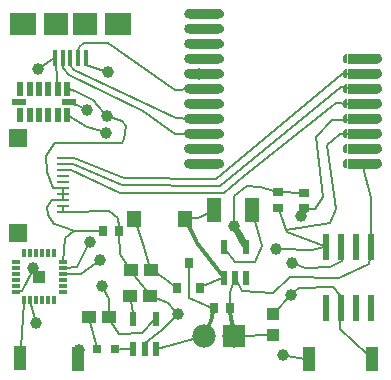
<source format=gtl>
G04 MADE WITH FRITZING*
G04 WWW.FRITZING.ORG*
G04 DOUBLE SIDED*
G04 HOLES PLATED*
G04 CONTOUR ON CENTER OF CONTOUR VECTOR*
%ASAXBY*%
%FSLAX23Y23*%
%MOIN*%
%OFA0B0*%
%SFA1.0B1.0*%
%ADD10C,0.078000*%
%ADD11C,0.039370*%
%ADD12R,0.078000X0.078000*%
%ADD13R,0.031496X0.035433*%
%ADD14R,0.047244X0.078740*%
%ADD15R,0.050000X0.057874*%
%ADD16R,0.047244X0.043307*%
%ADD17R,0.031496X0.031496*%
%ADD18R,0.021654X0.047244*%
%ADD19R,0.027559X0.035433*%
%ADD20R,0.019685X0.047244*%
%ADD21R,0.047244X0.019685*%
%ADD22R,0.011811X0.031496*%
%ADD23R,0.031496X0.011811*%
%ADD24R,0.039370X0.039370*%
%ADD25R,0.024000X0.087000*%
%ADD26R,0.035433X0.027559*%
%ADD27R,0.039370X0.078740*%
%ADD28R,0.015748X0.055118*%
%ADD29R,0.078740X0.074803*%
%ADD30R,0.086614X0.074803*%
%ADD31R,0.039370X0.009843*%
%ADD32R,0.059055X0.059055*%
%ADD33R,0.100000X0.032000*%
%ADD34R,0.039370X0.043307*%
%ADD35C,0.008000*%
%ADD36C,0.012000*%
%ADD37C,0.024000*%
%ADD38R,0.001000X0.001000*%
%LNCOPPER1*%
G90*
G70*
G54D10*
X755Y129D03*
X655Y129D03*
G54D11*
X638Y1002D03*
X757Y496D03*
X978Y529D03*
X948Y375D03*
X897Y419D03*
X274Y445D03*
X947Y268D03*
X308Y382D03*
X317Y296D03*
X336Y1009D03*
X264Y883D03*
X330Y808D03*
X101Y1020D03*
X331Y864D03*
X238Y82D03*
X96Y175D03*
X918Y66D03*
X570Y202D03*
X87Y357D03*
G54D12*
X755Y129D03*
G54D13*
X567Y291D03*
X641Y291D03*
X604Y374D03*
G54D14*
X689Y549D03*
X815Y549D03*
G54D15*
X423Y519D03*
X593Y519D03*
G54D16*
X409Y264D03*
X476Y264D03*
X338Y195D03*
X271Y195D03*
G54D17*
X359Y86D03*
X300Y86D03*
G54D16*
X478Y351D03*
X412Y351D03*
G54D18*
X420Y86D03*
X458Y86D03*
X495Y86D03*
X495Y188D03*
X420Y188D03*
G54D19*
X690Y222D03*
X741Y222D03*
G54D20*
X43Y952D03*
X74Y952D03*
X106Y952D03*
X137Y952D03*
X169Y952D03*
X200Y952D03*
G54D21*
X204Y909D03*
G54D20*
X200Y866D03*
X169Y866D03*
X137Y866D03*
X106Y866D03*
X74Y866D03*
X43Y866D03*
G54D21*
X39Y909D03*
G54D22*
X156Y406D03*
X136Y406D03*
X117Y406D03*
X97Y406D03*
X77Y406D03*
X57Y406D03*
G54D23*
X28Y377D03*
X28Y357D03*
X28Y337D03*
X28Y318D03*
X28Y298D03*
X28Y278D03*
G54D22*
X57Y249D03*
X77Y249D03*
X97Y249D03*
X117Y249D03*
X136Y249D03*
X156Y249D03*
G54D23*
X185Y278D03*
X185Y298D03*
X185Y318D03*
X185Y337D03*
X185Y357D03*
X185Y377D03*
G54D24*
X107Y327D03*
G54D25*
X1061Y222D03*
X1111Y222D03*
X1161Y222D03*
X1211Y222D03*
X1211Y428D03*
X1161Y428D03*
X1111Y428D03*
X1061Y428D03*
G54D19*
X320Y481D03*
X371Y481D03*
G54D26*
X989Y556D03*
X989Y607D03*
G54D27*
X237Y55D03*
X43Y57D03*
X1214Y55D03*
X1005Y53D03*
G54D28*
X210Y1058D03*
X236Y1058D03*
X261Y1058D03*
X185Y1058D03*
X159Y1058D03*
G54D29*
X259Y1170D03*
X161Y1170D03*
G54D30*
X368Y1170D03*
X53Y1170D03*
G54D26*
X901Y558D03*
X901Y609D03*
G54D31*
X187Y722D03*
X187Y702D03*
X187Y682D03*
X187Y662D03*
X187Y643D03*
X187Y623D03*
X187Y603D03*
X187Y584D03*
X187Y564D03*
X187Y544D03*
G54D32*
X36Y790D03*
X36Y475D03*
G54D33*
X1184Y703D03*
X1184Y753D03*
X1184Y803D03*
X1184Y853D03*
X1184Y903D03*
X1184Y953D03*
X1184Y1003D03*
X1184Y1053D03*
X656Y1203D03*
X656Y1153D03*
X656Y1103D03*
X656Y1053D03*
X656Y1003D03*
X656Y953D03*
X656Y903D03*
X656Y853D03*
X656Y803D03*
X656Y753D03*
X656Y703D03*
G54D18*
X721Y325D03*
X758Y325D03*
X796Y325D03*
X796Y428D03*
X721Y428D03*
G54D34*
X884Y202D03*
X884Y135D03*
G54D35*
X371Y138D02*
X347Y178D01*
D02*
X448Y139D02*
X371Y138D01*
D02*
X490Y183D02*
X448Y139D01*
G54D36*
D02*
X678Y181D02*
X665Y152D01*
D02*
X686Y210D02*
X678Y181D01*
D02*
X752Y154D02*
X743Y210D01*
G54D35*
D02*
X415Y86D02*
X377Y86D01*
D02*
X500Y87D02*
X632Y123D01*
D02*
X295Y103D02*
X275Y178D01*
D02*
X976Y607D02*
X914Y609D01*
D02*
X444Y305D02*
X464Y280D01*
D02*
X423Y335D02*
X444Y305D01*
D02*
X374Y402D02*
X400Y367D01*
D02*
X372Y469D02*
X374Y402D01*
D02*
X412Y248D02*
X418Y206D01*
D02*
X637Y525D02*
X671Y540D01*
D02*
X612Y522D02*
X637Y525D01*
D02*
X164Y992D02*
X167Y971D01*
D02*
X161Y1036D02*
X164Y992D01*
D02*
X799Y629D02*
X756Y598D01*
D02*
X842Y628D02*
X799Y629D01*
D02*
X756Y598D02*
X757Y510D01*
D02*
X889Y613D02*
X842Y628D01*
D02*
X932Y478D02*
X905Y550D01*
D02*
X1055Y431D02*
X932Y478D01*
G54D37*
D02*
X985Y548D02*
X985Y547D01*
G54D35*
D02*
X1114Y390D02*
X1114Y381D01*
D02*
X1055Y426D02*
X1017Y418D01*
D02*
X244Y338D02*
X297Y374D01*
D02*
X196Y338D02*
X244Y338D01*
D02*
X233Y361D02*
X268Y433D01*
D02*
X190Y357D02*
X233Y361D01*
D02*
X221Y479D02*
X192Y457D01*
D02*
X312Y481D02*
X221Y479D01*
D02*
X323Y1013D02*
X261Y1033D01*
D02*
X261Y1033D02*
X261Y1036D01*
D02*
X338Y252D02*
X323Y284D01*
D02*
X338Y211D02*
X338Y252D01*
D02*
X133Y1039D02*
X113Y1027D01*
D02*
X157Y1057D02*
X133Y1039D01*
D02*
X266Y828D02*
X317Y812D01*
D02*
X205Y863D02*
X266Y828D01*
D02*
X233Y899D02*
X252Y889D01*
D02*
X216Y905D02*
X233Y899D01*
D02*
X227Y948D02*
X285Y917D01*
D02*
X285Y917D02*
X322Y874D01*
D02*
X205Y952D02*
X227Y948D01*
D02*
X1108Y260D02*
X1108Y268D01*
D02*
X237Y55D02*
X238Y69D01*
D02*
X46Y91D02*
X57Y244D01*
D02*
X789Y665D02*
X721Y606D01*
D02*
X213Y683D02*
X201Y682D01*
D02*
X219Y702D02*
X201Y702D01*
D02*
X708Y629D02*
X382Y633D01*
D02*
X1140Y905D02*
X1094Y906D01*
D02*
X721Y606D02*
X375Y606D01*
D02*
X1140Y957D02*
X1111Y959D01*
D02*
X382Y633D02*
X219Y702D01*
D02*
X1094Y906D02*
X789Y665D01*
D02*
X1111Y959D02*
X708Y629D01*
D02*
X375Y606D02*
X213Y683D01*
D02*
X1109Y154D02*
X1110Y184D01*
D02*
X1200Y69D02*
X1109Y154D01*
D02*
X991Y55D02*
X931Y64D01*
D02*
X93Y188D02*
X77Y247D01*
D02*
X221Y722D02*
X201Y722D01*
D02*
X390Y657D02*
X221Y722D01*
D02*
X697Y652D02*
X390Y657D01*
D02*
X1114Y1002D02*
X697Y652D01*
D02*
X1140Y1002D02*
X1114Y1002D01*
D02*
X1140Y802D02*
X1110Y802D01*
D02*
X186Y1023D02*
X185Y1036D01*
D02*
X1027Y554D02*
X1001Y555D01*
D02*
X1110Y802D02*
X1067Y768D01*
D02*
X221Y1016D02*
X563Y856D01*
D02*
X1030Y793D02*
X1052Y594D01*
D02*
X612Y804D02*
X559Y805D01*
D02*
X208Y1035D02*
X221Y1016D01*
D02*
X334Y1107D02*
X256Y1106D01*
D02*
X563Y856D02*
X612Y854D01*
G54D37*
D02*
X656Y1003D02*
X657Y1003D01*
G54D35*
D02*
X206Y1000D02*
X186Y1023D01*
D02*
X1082Y849D02*
X1030Y793D01*
D02*
X1067Y768D02*
X1094Y555D01*
D02*
X208Y1036D02*
X208Y1035D01*
D02*
X1076Y508D02*
X930Y483D01*
D02*
X560Y951D02*
X334Y1107D01*
D02*
X256Y1106D02*
X238Y1092D01*
D02*
X238Y1092D02*
X237Y1080D01*
D02*
X559Y805D02*
X452Y881D01*
D02*
X1140Y851D02*
X1082Y849D01*
D02*
X612Y952D02*
X560Y951D01*
D02*
X1211Y589D02*
X1211Y466D01*
D02*
X452Y881D02*
X206Y1000D01*
D02*
X1052Y594D02*
X1027Y554D01*
D02*
X930Y483D02*
X905Y550D01*
D02*
X390Y786D02*
X395Y829D01*
D02*
X395Y829D02*
X382Y846D01*
D02*
X156Y502D02*
X135Y532D01*
D02*
X189Y492D02*
X156Y502D01*
D02*
X148Y583D02*
X173Y583D01*
D02*
X135Y532D02*
X132Y559D01*
D02*
X221Y481D02*
X189Y492D01*
D02*
X312Y481D02*
X221Y481D01*
D02*
X132Y559D02*
X148Y583D01*
D02*
X187Y604D02*
X187Y622D01*
D02*
X152Y625D02*
X132Y677D01*
D02*
X156Y772D02*
X381Y772D01*
D02*
X132Y677D02*
X129Y731D01*
D02*
X381Y772D02*
X390Y786D01*
D02*
X382Y846D02*
X343Y860D01*
D02*
X178Y624D02*
X152Y625D01*
D02*
X129Y731D02*
X156Y771D01*
D02*
X1094Y555D02*
X1076Y508D01*
D02*
X1187Y693D02*
X1211Y589D01*
D02*
X187Y563D02*
X187Y545D01*
D02*
X370Y524D02*
X371Y493D01*
D02*
X201Y545D02*
X338Y547D01*
D02*
X338Y547D02*
X370Y524D01*
D02*
X187Y603D02*
X187Y584D01*
D02*
X1108Y268D02*
X1086Y292D01*
D02*
X973Y291D02*
X957Y277D01*
D02*
X1086Y292D02*
X973Y291D01*
D02*
X1017Y418D02*
X910Y419D01*
D02*
X1114Y381D02*
X1075Y359D01*
D02*
X992Y357D02*
X960Y370D01*
D02*
X1075Y359D02*
X992Y357D01*
D02*
X192Y457D02*
X185Y377D01*
D02*
X521Y323D02*
X497Y339D01*
D02*
X556Y298D02*
X521Y323D01*
D02*
X605Y256D02*
X682Y225D01*
D02*
X604Y362D02*
X605Y256D01*
D02*
X534Y239D02*
X494Y256D01*
D02*
X557Y216D02*
X534Y239D01*
D02*
X515Y149D02*
X560Y193D01*
D02*
X460Y107D02*
X515Y149D01*
D02*
X460Y104D02*
X460Y107D01*
D02*
X454Y428D02*
X473Y367D01*
D02*
X431Y496D02*
X454Y428D01*
D02*
X34Y279D02*
X50Y280D01*
D02*
X50Y280D02*
X82Y345D01*
D02*
X758Y377D02*
X726Y421D01*
D02*
X825Y377D02*
X758Y377D01*
D02*
X825Y515D02*
X849Y431D01*
D02*
X849Y431D02*
X825Y377D01*
G54D37*
D02*
X790Y437D02*
X766Y480D01*
G54D36*
D02*
X631Y441D02*
X716Y332D01*
D02*
X604Y496D02*
X631Y441D01*
G54D35*
D02*
X652Y296D02*
X716Y323D01*
D02*
X743Y274D02*
X741Y234D01*
D02*
X753Y307D02*
X743Y274D01*
D02*
X886Y275D02*
X782Y281D01*
D02*
X941Y326D02*
X886Y275D01*
D02*
X782Y281D02*
X764Y315D01*
D02*
X1107Y324D02*
X941Y326D01*
D02*
X1206Y369D02*
X1107Y324D01*
D02*
X1208Y390D02*
X1206Y369D01*
D02*
X870Y135D02*
X780Y131D01*
D02*
X899Y217D02*
X937Y258D01*
G54D38*
X601Y1219D02*
X605Y1219D01*
X706Y1219D02*
X710Y1219D01*
X599Y1218D02*
X605Y1218D01*
X706Y1218D02*
X712Y1218D01*
X597Y1217D02*
X605Y1217D01*
X706Y1217D02*
X714Y1217D01*
X596Y1216D02*
X605Y1216D01*
X706Y1216D02*
X715Y1216D01*
X595Y1215D02*
X605Y1215D01*
X706Y1215D02*
X716Y1215D01*
X594Y1214D02*
X605Y1214D01*
X706Y1214D02*
X717Y1214D01*
X593Y1213D02*
X605Y1213D01*
X706Y1213D02*
X718Y1213D01*
X592Y1212D02*
X605Y1212D01*
X706Y1212D02*
X719Y1212D01*
X592Y1211D02*
X605Y1211D01*
X706Y1211D02*
X719Y1211D01*
X591Y1210D02*
X605Y1210D01*
X706Y1210D02*
X720Y1210D01*
X591Y1209D02*
X605Y1209D01*
X706Y1209D02*
X720Y1209D01*
X591Y1208D02*
X605Y1208D01*
X706Y1208D02*
X720Y1208D01*
X590Y1207D02*
X605Y1207D01*
X706Y1207D02*
X720Y1207D01*
X590Y1206D02*
X605Y1206D01*
X706Y1206D02*
X721Y1206D01*
X590Y1205D02*
X605Y1205D01*
X706Y1205D02*
X721Y1205D01*
X590Y1204D02*
X605Y1204D01*
X706Y1204D02*
X721Y1204D01*
X590Y1203D02*
X605Y1203D01*
X706Y1203D02*
X721Y1203D01*
X590Y1202D02*
X605Y1202D01*
X706Y1202D02*
X721Y1202D01*
X590Y1201D02*
X605Y1201D01*
X706Y1201D02*
X721Y1201D01*
X590Y1200D02*
X605Y1200D01*
X706Y1200D02*
X720Y1200D01*
X591Y1199D02*
X605Y1199D01*
X706Y1199D02*
X720Y1199D01*
X591Y1198D02*
X605Y1198D01*
X706Y1198D02*
X720Y1198D01*
X592Y1197D02*
X605Y1197D01*
X706Y1197D02*
X719Y1197D01*
X592Y1196D02*
X605Y1196D01*
X706Y1196D02*
X719Y1196D01*
X593Y1195D02*
X605Y1195D01*
X706Y1195D02*
X718Y1195D01*
X593Y1194D02*
X605Y1194D01*
X706Y1194D02*
X717Y1194D01*
X594Y1193D02*
X605Y1193D01*
X706Y1193D02*
X717Y1193D01*
X595Y1192D02*
X605Y1192D01*
X706Y1192D02*
X715Y1192D01*
X596Y1191D02*
X605Y1191D01*
X706Y1191D02*
X714Y1191D01*
X598Y1190D02*
X605Y1190D01*
X706Y1190D02*
X713Y1190D01*
X600Y1189D02*
X605Y1189D01*
X706Y1189D02*
X711Y1189D01*
X605Y1188D02*
X605Y1188D01*
X706Y1188D02*
X706Y1188D01*
X601Y1169D02*
X605Y1169D01*
X706Y1169D02*
X710Y1169D01*
X599Y1168D02*
X605Y1168D01*
X706Y1168D02*
X712Y1168D01*
X597Y1167D02*
X605Y1167D01*
X706Y1167D02*
X714Y1167D01*
X596Y1166D02*
X605Y1166D01*
X706Y1166D02*
X715Y1166D01*
X594Y1165D02*
X605Y1165D01*
X706Y1165D02*
X716Y1165D01*
X594Y1164D02*
X605Y1164D01*
X706Y1164D02*
X717Y1164D01*
X593Y1163D02*
X605Y1163D01*
X706Y1163D02*
X718Y1163D01*
X592Y1162D02*
X605Y1162D01*
X706Y1162D02*
X719Y1162D01*
X592Y1161D02*
X605Y1161D01*
X706Y1161D02*
X719Y1161D01*
X591Y1160D02*
X605Y1160D01*
X706Y1160D02*
X720Y1160D01*
X591Y1159D02*
X605Y1159D01*
X706Y1159D02*
X720Y1159D01*
X591Y1158D02*
X605Y1158D01*
X706Y1158D02*
X720Y1158D01*
X590Y1157D02*
X605Y1157D01*
X706Y1157D02*
X720Y1157D01*
X590Y1156D02*
X605Y1156D01*
X706Y1156D02*
X721Y1156D01*
X590Y1155D02*
X605Y1155D01*
X706Y1155D02*
X721Y1155D01*
X590Y1154D02*
X605Y1154D01*
X706Y1154D02*
X721Y1154D01*
X590Y1153D02*
X605Y1153D01*
X706Y1153D02*
X721Y1153D01*
X590Y1152D02*
X605Y1152D01*
X706Y1152D02*
X721Y1152D01*
X590Y1151D02*
X605Y1151D01*
X706Y1151D02*
X721Y1151D01*
X590Y1150D02*
X605Y1150D01*
X706Y1150D02*
X720Y1150D01*
X591Y1149D02*
X605Y1149D01*
X706Y1149D02*
X720Y1149D01*
X591Y1148D02*
X605Y1148D01*
X706Y1148D02*
X720Y1148D01*
X592Y1147D02*
X605Y1147D01*
X706Y1147D02*
X719Y1147D01*
X592Y1146D02*
X605Y1146D01*
X706Y1146D02*
X719Y1146D01*
X593Y1145D02*
X605Y1145D01*
X706Y1145D02*
X718Y1145D01*
X593Y1144D02*
X605Y1144D01*
X706Y1144D02*
X717Y1144D01*
X594Y1143D02*
X605Y1143D01*
X706Y1143D02*
X716Y1143D01*
X595Y1142D02*
X605Y1142D01*
X706Y1142D02*
X715Y1142D01*
X597Y1141D02*
X605Y1141D01*
X706Y1141D02*
X714Y1141D01*
X598Y1140D02*
X605Y1140D01*
X706Y1140D02*
X713Y1140D01*
X600Y1139D02*
X605Y1139D01*
X706Y1139D02*
X711Y1139D01*
X605Y1138D02*
X605Y1138D01*
X706Y1138D02*
X706Y1138D01*
X601Y1119D02*
X605Y1119D01*
X706Y1119D02*
X710Y1119D01*
X598Y1118D02*
X605Y1118D01*
X706Y1118D02*
X712Y1118D01*
X597Y1117D02*
X605Y1117D01*
X706Y1117D02*
X714Y1117D01*
X596Y1116D02*
X605Y1116D01*
X706Y1116D02*
X715Y1116D01*
X594Y1115D02*
X605Y1115D01*
X706Y1115D02*
X716Y1115D01*
X594Y1114D02*
X605Y1114D01*
X706Y1114D02*
X717Y1114D01*
X593Y1113D02*
X605Y1113D01*
X706Y1113D02*
X718Y1113D01*
X592Y1112D02*
X605Y1112D01*
X706Y1112D02*
X719Y1112D01*
X592Y1111D02*
X605Y1111D01*
X706Y1111D02*
X719Y1111D01*
X591Y1110D02*
X605Y1110D01*
X706Y1110D02*
X720Y1110D01*
X591Y1109D02*
X605Y1109D01*
X706Y1109D02*
X720Y1109D01*
X591Y1108D02*
X605Y1108D01*
X706Y1108D02*
X720Y1108D01*
X590Y1107D02*
X605Y1107D01*
X706Y1107D02*
X720Y1107D01*
X590Y1106D02*
X605Y1106D01*
X706Y1106D02*
X721Y1106D01*
X590Y1105D02*
X605Y1105D01*
X706Y1105D02*
X721Y1105D01*
X590Y1104D02*
X605Y1104D01*
X706Y1104D02*
X721Y1104D01*
X590Y1103D02*
X605Y1103D01*
X706Y1103D02*
X721Y1103D01*
X590Y1102D02*
X605Y1102D01*
X706Y1102D02*
X721Y1102D01*
X590Y1101D02*
X605Y1101D01*
X706Y1101D02*
X721Y1101D01*
X590Y1100D02*
X605Y1100D01*
X706Y1100D02*
X720Y1100D01*
X591Y1099D02*
X605Y1099D01*
X706Y1099D02*
X720Y1099D01*
X591Y1098D02*
X605Y1098D01*
X706Y1098D02*
X720Y1098D01*
X592Y1097D02*
X605Y1097D01*
X706Y1097D02*
X719Y1097D01*
X592Y1096D02*
X605Y1096D01*
X706Y1096D02*
X719Y1096D01*
X593Y1095D02*
X605Y1095D01*
X706Y1095D02*
X718Y1095D01*
X593Y1094D02*
X605Y1094D01*
X706Y1094D02*
X717Y1094D01*
X594Y1093D02*
X605Y1093D01*
X706Y1093D02*
X716Y1093D01*
X595Y1092D02*
X605Y1092D01*
X706Y1092D02*
X715Y1092D01*
X597Y1091D02*
X605Y1091D01*
X706Y1091D02*
X714Y1091D01*
X598Y1090D02*
X605Y1090D01*
X706Y1090D02*
X713Y1090D01*
X600Y1089D02*
X605Y1089D01*
X706Y1089D02*
X710Y1089D01*
X706Y1088D02*
X706Y1088D01*
X601Y1069D02*
X605Y1069D01*
X706Y1069D02*
X710Y1069D01*
X1128Y1069D02*
X1133Y1069D01*
X1233Y1069D02*
X1238Y1069D01*
X598Y1068D02*
X605Y1068D01*
X706Y1068D02*
X712Y1068D01*
X1126Y1068D02*
X1133Y1068D01*
X1233Y1068D02*
X1240Y1068D01*
X597Y1067D02*
X605Y1067D01*
X706Y1067D02*
X714Y1067D01*
X1124Y1067D02*
X1133Y1067D01*
X1233Y1067D02*
X1242Y1067D01*
X596Y1066D02*
X605Y1066D01*
X706Y1066D02*
X715Y1066D01*
X1123Y1066D02*
X1133Y1066D01*
X1233Y1066D02*
X1243Y1066D01*
X594Y1065D02*
X605Y1065D01*
X706Y1065D02*
X716Y1065D01*
X1122Y1065D02*
X1133Y1065D01*
X1233Y1065D02*
X1244Y1065D01*
X594Y1064D02*
X605Y1064D01*
X706Y1064D02*
X717Y1064D01*
X1121Y1064D02*
X1133Y1064D01*
X1233Y1064D02*
X1245Y1064D01*
X593Y1063D02*
X605Y1063D01*
X706Y1063D02*
X718Y1063D01*
X1120Y1063D02*
X1133Y1063D01*
X1233Y1063D02*
X1246Y1063D01*
X592Y1062D02*
X605Y1062D01*
X706Y1062D02*
X719Y1062D01*
X1120Y1062D02*
X1133Y1062D01*
X1233Y1062D02*
X1246Y1062D01*
X592Y1061D02*
X605Y1061D01*
X706Y1061D02*
X719Y1061D01*
X1119Y1061D02*
X1133Y1061D01*
X1233Y1061D02*
X1247Y1061D01*
X591Y1060D02*
X605Y1060D01*
X706Y1060D02*
X720Y1060D01*
X1119Y1060D02*
X1133Y1060D01*
X1233Y1060D02*
X1247Y1060D01*
X591Y1059D02*
X605Y1059D01*
X706Y1059D02*
X720Y1059D01*
X1118Y1059D02*
X1133Y1059D01*
X1233Y1059D02*
X1248Y1059D01*
X591Y1058D02*
X605Y1058D01*
X706Y1058D02*
X720Y1058D01*
X1118Y1058D02*
X1133Y1058D01*
X1233Y1058D02*
X1248Y1058D01*
X590Y1057D02*
X605Y1057D01*
X706Y1057D02*
X721Y1057D01*
X1118Y1057D02*
X1133Y1057D01*
X1233Y1057D02*
X1248Y1057D01*
X590Y1056D02*
X605Y1056D01*
X706Y1056D02*
X721Y1056D01*
X1118Y1056D02*
X1133Y1056D01*
X1233Y1056D02*
X1248Y1056D01*
X590Y1055D02*
X605Y1055D01*
X706Y1055D02*
X721Y1055D01*
X1118Y1055D02*
X1133Y1055D01*
X1233Y1055D02*
X1248Y1055D01*
X590Y1054D02*
X605Y1054D01*
X706Y1054D02*
X721Y1054D01*
X1118Y1054D02*
X1133Y1054D01*
X1233Y1054D02*
X1248Y1054D01*
X590Y1053D02*
X605Y1053D01*
X706Y1053D02*
X721Y1053D01*
X1118Y1053D02*
X1133Y1053D01*
X1233Y1053D02*
X1248Y1053D01*
X590Y1052D02*
X605Y1052D01*
X706Y1052D02*
X721Y1052D01*
X1118Y1052D02*
X1133Y1052D01*
X1233Y1052D02*
X1248Y1052D01*
X590Y1051D02*
X605Y1051D01*
X706Y1051D02*
X721Y1051D01*
X1118Y1051D02*
X1133Y1051D01*
X1233Y1051D02*
X1248Y1051D01*
X590Y1050D02*
X605Y1050D01*
X706Y1050D02*
X720Y1050D01*
X1118Y1050D02*
X1133Y1050D01*
X1233Y1050D02*
X1248Y1050D01*
X591Y1049D02*
X605Y1049D01*
X706Y1049D02*
X720Y1049D01*
X1118Y1049D02*
X1133Y1049D01*
X1233Y1049D02*
X1248Y1049D01*
X591Y1048D02*
X605Y1048D01*
X706Y1048D02*
X720Y1048D01*
X1119Y1048D02*
X1133Y1048D01*
X1233Y1048D02*
X1247Y1048D01*
X592Y1047D02*
X605Y1047D01*
X706Y1047D02*
X719Y1047D01*
X1119Y1047D02*
X1133Y1047D01*
X1233Y1047D02*
X1247Y1047D01*
X592Y1046D02*
X605Y1046D01*
X706Y1046D02*
X719Y1046D01*
X1120Y1046D02*
X1133Y1046D01*
X1233Y1046D02*
X1246Y1046D01*
X593Y1045D02*
X605Y1045D01*
X706Y1045D02*
X718Y1045D01*
X1120Y1045D02*
X1133Y1045D01*
X1233Y1045D02*
X1246Y1045D01*
X593Y1044D02*
X605Y1044D01*
X706Y1044D02*
X717Y1044D01*
X1121Y1044D02*
X1133Y1044D01*
X1233Y1044D02*
X1245Y1044D01*
X594Y1043D02*
X605Y1043D01*
X706Y1043D02*
X716Y1043D01*
X1122Y1043D02*
X1133Y1043D01*
X1233Y1043D02*
X1244Y1043D01*
X595Y1042D02*
X605Y1042D01*
X706Y1042D02*
X715Y1042D01*
X1123Y1042D02*
X1133Y1042D01*
X1233Y1042D02*
X1243Y1042D01*
X597Y1041D02*
X605Y1041D01*
X706Y1041D02*
X714Y1041D01*
X1124Y1041D02*
X1133Y1041D01*
X1233Y1041D02*
X1242Y1041D01*
X598Y1040D02*
X605Y1040D01*
X706Y1040D02*
X713Y1040D01*
X1126Y1040D02*
X1133Y1040D01*
X1233Y1040D02*
X1240Y1040D01*
X600Y1039D02*
X605Y1039D01*
X706Y1039D02*
X710Y1039D01*
X1128Y1039D02*
X1133Y1039D01*
X1233Y1039D02*
X1238Y1039D01*
X601Y1019D02*
X605Y1019D01*
X706Y1019D02*
X710Y1019D01*
X1128Y1019D02*
X1133Y1019D01*
X1233Y1019D02*
X1238Y1019D01*
X598Y1018D02*
X605Y1018D01*
X706Y1018D02*
X712Y1018D01*
X1126Y1018D02*
X1133Y1018D01*
X1233Y1018D02*
X1240Y1018D01*
X597Y1017D02*
X605Y1017D01*
X706Y1017D02*
X714Y1017D01*
X1124Y1017D02*
X1133Y1017D01*
X1233Y1017D02*
X1242Y1017D01*
X595Y1016D02*
X605Y1016D01*
X706Y1016D02*
X715Y1016D01*
X1123Y1016D02*
X1133Y1016D01*
X1233Y1016D02*
X1243Y1016D01*
X594Y1015D02*
X605Y1015D01*
X706Y1015D02*
X716Y1015D01*
X1122Y1015D02*
X1133Y1015D01*
X1233Y1015D02*
X1244Y1015D01*
X594Y1014D02*
X605Y1014D01*
X706Y1014D02*
X717Y1014D01*
X1121Y1014D02*
X1133Y1014D01*
X1233Y1014D02*
X1245Y1014D01*
X593Y1013D02*
X605Y1013D01*
X706Y1013D02*
X718Y1013D01*
X1120Y1013D02*
X1133Y1013D01*
X1233Y1013D02*
X1246Y1013D01*
X592Y1012D02*
X605Y1012D01*
X706Y1012D02*
X719Y1012D01*
X1120Y1012D02*
X1133Y1012D01*
X1233Y1012D02*
X1246Y1012D01*
X592Y1011D02*
X605Y1011D01*
X706Y1011D02*
X719Y1011D01*
X1119Y1011D02*
X1133Y1011D01*
X1233Y1011D02*
X1247Y1011D01*
X591Y1010D02*
X605Y1010D01*
X706Y1010D02*
X720Y1010D01*
X1119Y1010D02*
X1133Y1010D01*
X1233Y1010D02*
X1247Y1010D01*
X591Y1009D02*
X605Y1009D01*
X706Y1009D02*
X720Y1009D01*
X1118Y1009D02*
X1133Y1009D01*
X1233Y1009D02*
X1248Y1009D01*
X590Y1008D02*
X605Y1008D01*
X706Y1008D02*
X720Y1008D01*
X1118Y1008D02*
X1133Y1008D01*
X1233Y1008D02*
X1248Y1008D01*
X590Y1007D02*
X605Y1007D01*
X706Y1007D02*
X721Y1007D01*
X1118Y1007D02*
X1133Y1007D01*
X1233Y1007D02*
X1248Y1007D01*
X590Y1006D02*
X605Y1006D01*
X706Y1006D02*
X721Y1006D01*
X1118Y1006D02*
X1133Y1006D01*
X1233Y1006D02*
X1248Y1006D01*
X590Y1005D02*
X605Y1005D01*
X706Y1005D02*
X721Y1005D01*
X1118Y1005D02*
X1133Y1005D01*
X1233Y1005D02*
X1248Y1005D01*
X590Y1004D02*
X605Y1004D01*
X706Y1004D02*
X721Y1004D01*
X1118Y1004D02*
X1133Y1004D01*
X1233Y1004D02*
X1248Y1004D01*
X590Y1003D02*
X605Y1003D01*
X706Y1003D02*
X721Y1003D01*
X1118Y1003D02*
X1133Y1003D01*
X1233Y1003D02*
X1248Y1003D01*
X590Y1002D02*
X605Y1002D01*
X706Y1002D02*
X721Y1002D01*
X1118Y1002D02*
X1133Y1002D01*
X1233Y1002D02*
X1248Y1002D01*
X590Y1001D02*
X605Y1001D01*
X706Y1001D02*
X721Y1001D01*
X1118Y1001D02*
X1133Y1001D01*
X1233Y1001D02*
X1248Y1001D01*
X590Y1000D02*
X605Y1000D01*
X706Y1000D02*
X720Y1000D01*
X1118Y1000D02*
X1133Y1000D01*
X1233Y1000D02*
X1248Y1000D01*
X591Y999D02*
X605Y999D01*
X706Y999D02*
X720Y999D01*
X1118Y999D02*
X1133Y999D01*
X1233Y999D02*
X1248Y999D01*
X591Y998D02*
X605Y998D01*
X706Y998D02*
X720Y998D01*
X1119Y998D02*
X1133Y998D01*
X1233Y998D02*
X1247Y998D01*
X592Y997D02*
X605Y997D01*
X706Y997D02*
X719Y997D01*
X1119Y997D02*
X1133Y997D01*
X1233Y997D02*
X1247Y997D01*
X592Y996D02*
X605Y996D01*
X706Y996D02*
X719Y996D01*
X1120Y996D02*
X1133Y996D01*
X1233Y996D02*
X1246Y996D01*
X593Y995D02*
X605Y995D01*
X706Y995D02*
X718Y995D01*
X1120Y995D02*
X1133Y995D01*
X1233Y995D02*
X1246Y995D01*
X594Y994D02*
X605Y994D01*
X706Y994D02*
X717Y994D01*
X1121Y994D02*
X1133Y994D01*
X1233Y994D02*
X1245Y994D01*
X594Y993D02*
X605Y993D01*
X706Y993D02*
X716Y993D01*
X1122Y993D02*
X1133Y993D01*
X1233Y993D02*
X1244Y993D01*
X595Y992D02*
X605Y992D01*
X706Y992D02*
X715Y992D01*
X1123Y992D02*
X1133Y992D01*
X1233Y992D02*
X1243Y992D01*
X597Y991D02*
X605Y991D01*
X706Y991D02*
X714Y991D01*
X1124Y991D02*
X1133Y991D01*
X1233Y991D02*
X1242Y991D01*
X598Y990D02*
X605Y990D01*
X706Y990D02*
X712Y990D01*
X1126Y990D02*
X1133Y990D01*
X1233Y990D02*
X1240Y990D01*
X600Y989D02*
X605Y989D01*
X706Y989D02*
X710Y989D01*
X1128Y989D02*
X1133Y989D01*
X1233Y989D02*
X1238Y989D01*
X600Y969D02*
X605Y969D01*
X706Y969D02*
X710Y969D01*
X1128Y969D02*
X1133Y969D01*
X1233Y969D02*
X1238Y969D01*
X598Y968D02*
X605Y968D01*
X706Y968D02*
X712Y968D01*
X1126Y968D02*
X1133Y968D01*
X1233Y968D02*
X1240Y968D01*
X597Y967D02*
X605Y967D01*
X706Y967D02*
X714Y967D01*
X1124Y967D02*
X1133Y967D01*
X1233Y967D02*
X1242Y967D01*
X595Y966D02*
X605Y966D01*
X706Y966D02*
X715Y966D01*
X1123Y966D02*
X1133Y966D01*
X1233Y966D02*
X1243Y966D01*
X594Y965D02*
X605Y965D01*
X706Y965D02*
X716Y965D01*
X1122Y965D02*
X1133Y965D01*
X1233Y965D02*
X1244Y965D01*
X594Y964D02*
X605Y964D01*
X706Y964D02*
X717Y964D01*
X1121Y964D02*
X1133Y964D01*
X1233Y964D02*
X1245Y964D01*
X593Y963D02*
X605Y963D01*
X706Y963D02*
X718Y963D01*
X1120Y963D02*
X1133Y963D01*
X1233Y963D02*
X1246Y963D01*
X592Y962D02*
X605Y962D01*
X706Y962D02*
X719Y962D01*
X1120Y962D02*
X1133Y962D01*
X1233Y962D02*
X1246Y962D01*
X592Y961D02*
X605Y961D01*
X706Y961D02*
X719Y961D01*
X1119Y961D02*
X1133Y961D01*
X1233Y961D02*
X1247Y961D01*
X591Y960D02*
X605Y960D01*
X706Y960D02*
X720Y960D01*
X1119Y960D02*
X1133Y960D01*
X1233Y960D02*
X1247Y960D01*
X591Y959D02*
X605Y959D01*
X706Y959D02*
X720Y959D01*
X1118Y959D02*
X1133Y959D01*
X1233Y959D02*
X1248Y959D01*
X590Y958D02*
X605Y958D01*
X706Y958D02*
X720Y958D01*
X1118Y958D02*
X1133Y958D01*
X1233Y958D02*
X1248Y958D01*
X590Y957D02*
X605Y957D01*
X706Y957D02*
X721Y957D01*
X1118Y957D02*
X1133Y957D01*
X1233Y957D02*
X1248Y957D01*
X590Y956D02*
X605Y956D01*
X706Y956D02*
X721Y956D01*
X1118Y956D02*
X1133Y956D01*
X1233Y956D02*
X1248Y956D01*
X590Y955D02*
X605Y955D01*
X706Y955D02*
X721Y955D01*
X1118Y955D02*
X1133Y955D01*
X1233Y955D02*
X1248Y955D01*
X590Y954D02*
X605Y954D01*
X706Y954D02*
X721Y954D01*
X1118Y954D02*
X1133Y954D01*
X1233Y954D02*
X1248Y954D01*
X590Y953D02*
X605Y953D01*
X706Y953D02*
X721Y953D01*
X1118Y953D02*
X1133Y953D01*
X1233Y953D02*
X1248Y953D01*
X590Y952D02*
X605Y952D01*
X706Y952D02*
X721Y952D01*
X1118Y952D02*
X1133Y952D01*
X1233Y952D02*
X1248Y952D01*
X590Y951D02*
X605Y951D01*
X706Y951D02*
X721Y951D01*
X1118Y951D02*
X1133Y951D01*
X1233Y951D02*
X1248Y951D01*
X590Y950D02*
X605Y950D01*
X706Y950D02*
X720Y950D01*
X1118Y950D02*
X1133Y950D01*
X1233Y950D02*
X1248Y950D01*
X591Y949D02*
X605Y949D01*
X706Y949D02*
X720Y949D01*
X1118Y949D02*
X1133Y949D01*
X1233Y949D02*
X1248Y949D01*
X591Y948D02*
X605Y948D01*
X706Y948D02*
X720Y948D01*
X1119Y948D02*
X1133Y948D01*
X1233Y948D02*
X1247Y948D01*
X592Y947D02*
X605Y947D01*
X706Y947D02*
X719Y947D01*
X1119Y947D02*
X1133Y947D01*
X1233Y947D02*
X1247Y947D01*
X592Y946D02*
X605Y946D01*
X706Y946D02*
X719Y946D01*
X1120Y946D02*
X1133Y946D01*
X1233Y946D02*
X1246Y946D01*
X593Y945D02*
X605Y945D01*
X706Y945D02*
X718Y945D01*
X1120Y945D02*
X1133Y945D01*
X1233Y945D02*
X1246Y945D01*
X594Y944D02*
X605Y944D01*
X706Y944D02*
X717Y944D01*
X1121Y944D02*
X1133Y944D01*
X1233Y944D02*
X1245Y944D01*
X594Y943D02*
X605Y943D01*
X706Y943D02*
X716Y943D01*
X1122Y943D02*
X1133Y943D01*
X1233Y943D02*
X1244Y943D01*
X595Y942D02*
X605Y942D01*
X706Y942D02*
X715Y942D01*
X1123Y942D02*
X1133Y942D01*
X1233Y942D02*
X1243Y942D01*
X597Y941D02*
X605Y941D01*
X706Y941D02*
X714Y941D01*
X1124Y941D02*
X1133Y941D01*
X1233Y941D02*
X1242Y941D01*
X598Y940D02*
X605Y940D01*
X706Y940D02*
X712Y940D01*
X1126Y940D02*
X1133Y940D01*
X1233Y940D02*
X1240Y940D01*
X601Y939D02*
X605Y939D01*
X706Y939D02*
X710Y939D01*
X1128Y939D02*
X1133Y939D01*
X1233Y939D02*
X1238Y939D01*
X600Y919D02*
X605Y919D01*
X706Y919D02*
X710Y919D01*
X1128Y919D02*
X1133Y919D01*
X1233Y919D02*
X1238Y919D01*
X598Y918D02*
X605Y918D01*
X706Y918D02*
X713Y918D01*
X1126Y918D02*
X1133Y918D01*
X1233Y918D02*
X1240Y918D01*
X597Y917D02*
X605Y917D01*
X706Y917D02*
X714Y917D01*
X1124Y917D02*
X1133Y917D01*
X1233Y917D02*
X1242Y917D01*
X595Y916D02*
X605Y916D01*
X706Y916D02*
X715Y916D01*
X1123Y916D02*
X1133Y916D01*
X1233Y916D02*
X1243Y916D01*
X594Y915D02*
X605Y915D01*
X706Y915D02*
X716Y915D01*
X1122Y915D02*
X1133Y915D01*
X1233Y915D02*
X1244Y915D01*
X593Y914D02*
X605Y914D01*
X706Y914D02*
X717Y914D01*
X1121Y914D02*
X1133Y914D01*
X1233Y914D02*
X1245Y914D01*
X593Y913D02*
X605Y913D01*
X706Y913D02*
X718Y913D01*
X1120Y913D02*
X1133Y913D01*
X1233Y913D02*
X1246Y913D01*
X592Y912D02*
X605Y912D01*
X706Y912D02*
X719Y912D01*
X1120Y912D02*
X1133Y912D01*
X1233Y912D02*
X1246Y912D01*
X592Y911D02*
X605Y911D01*
X706Y911D02*
X719Y911D01*
X1119Y911D02*
X1133Y911D01*
X1233Y911D02*
X1247Y911D01*
X591Y910D02*
X605Y910D01*
X706Y910D02*
X720Y910D01*
X1119Y910D02*
X1133Y910D01*
X1233Y910D02*
X1247Y910D01*
X591Y909D02*
X605Y909D01*
X706Y909D02*
X720Y909D01*
X1118Y909D02*
X1133Y909D01*
X1233Y909D02*
X1248Y909D01*
X590Y908D02*
X605Y908D01*
X706Y908D02*
X720Y908D01*
X1118Y908D02*
X1133Y908D01*
X1233Y908D02*
X1248Y908D01*
X590Y907D02*
X605Y907D01*
X706Y907D02*
X721Y907D01*
X1118Y907D02*
X1133Y907D01*
X1233Y907D02*
X1248Y907D01*
X590Y906D02*
X605Y906D01*
X706Y906D02*
X721Y906D01*
X1118Y906D02*
X1133Y906D01*
X1233Y906D02*
X1248Y906D01*
X590Y905D02*
X605Y905D01*
X706Y905D02*
X721Y905D01*
X1118Y905D02*
X1133Y905D01*
X1233Y905D02*
X1248Y905D01*
X590Y904D02*
X605Y904D01*
X706Y904D02*
X721Y904D01*
X1118Y904D02*
X1133Y904D01*
X1233Y904D02*
X1248Y904D01*
X590Y903D02*
X605Y903D01*
X706Y903D02*
X721Y903D01*
X1118Y903D02*
X1133Y903D01*
X1233Y903D02*
X1248Y903D01*
X590Y902D02*
X605Y902D01*
X706Y902D02*
X721Y902D01*
X1118Y902D02*
X1133Y902D01*
X1233Y902D02*
X1248Y902D01*
X590Y901D02*
X605Y901D01*
X706Y901D02*
X721Y901D01*
X1118Y901D02*
X1133Y901D01*
X1233Y901D02*
X1248Y901D01*
X591Y900D02*
X605Y900D01*
X706Y900D02*
X720Y900D01*
X1118Y900D02*
X1133Y900D01*
X1233Y900D02*
X1248Y900D01*
X591Y899D02*
X605Y899D01*
X706Y899D02*
X720Y899D01*
X1118Y899D02*
X1133Y899D01*
X1233Y899D02*
X1248Y899D01*
X591Y898D02*
X605Y898D01*
X706Y898D02*
X720Y898D01*
X1119Y898D02*
X1133Y898D01*
X1233Y898D02*
X1247Y898D01*
X592Y897D02*
X605Y897D01*
X706Y897D02*
X719Y897D01*
X1119Y897D02*
X1133Y897D01*
X1233Y897D02*
X1247Y897D01*
X592Y896D02*
X605Y896D01*
X706Y896D02*
X719Y896D01*
X1120Y896D02*
X1133Y896D01*
X1233Y896D02*
X1246Y896D01*
X593Y895D02*
X605Y895D01*
X706Y895D02*
X718Y895D01*
X1120Y895D02*
X1133Y895D01*
X1233Y895D02*
X1246Y895D01*
X594Y894D02*
X605Y894D01*
X706Y894D02*
X717Y894D01*
X1121Y894D02*
X1133Y894D01*
X1233Y894D02*
X1245Y894D01*
X594Y893D02*
X605Y893D01*
X706Y893D02*
X716Y893D01*
X1122Y893D02*
X1133Y893D01*
X1233Y893D02*
X1244Y893D01*
X595Y892D02*
X605Y892D01*
X706Y892D02*
X715Y892D01*
X1123Y892D02*
X1133Y892D01*
X1233Y892D02*
X1243Y892D01*
X597Y891D02*
X605Y891D01*
X706Y891D02*
X714Y891D01*
X1124Y891D02*
X1133Y891D01*
X1233Y891D02*
X1242Y891D01*
X598Y890D02*
X605Y890D01*
X706Y890D02*
X712Y890D01*
X1126Y890D02*
X1133Y890D01*
X1233Y890D02*
X1240Y890D01*
X601Y889D02*
X605Y889D01*
X706Y889D02*
X710Y889D01*
X1128Y889D02*
X1133Y889D01*
X1233Y889D02*
X1238Y889D01*
X706Y870D02*
X706Y870D01*
X600Y869D02*
X605Y869D01*
X706Y869D02*
X710Y869D01*
X1128Y869D02*
X1133Y869D01*
X1233Y869D02*
X1238Y869D01*
X598Y868D02*
X605Y868D01*
X706Y868D02*
X713Y868D01*
X1126Y868D02*
X1133Y868D01*
X1233Y868D02*
X1240Y868D01*
X597Y867D02*
X605Y867D01*
X706Y867D02*
X714Y867D01*
X1124Y867D02*
X1133Y867D01*
X1233Y867D02*
X1242Y867D01*
X595Y866D02*
X605Y866D01*
X706Y866D02*
X715Y866D01*
X1123Y866D02*
X1133Y866D01*
X1233Y866D02*
X1243Y866D01*
X594Y865D02*
X605Y865D01*
X706Y865D02*
X716Y865D01*
X1122Y865D02*
X1133Y865D01*
X1233Y865D02*
X1244Y865D01*
X593Y864D02*
X605Y864D01*
X706Y864D02*
X717Y864D01*
X1121Y864D02*
X1133Y864D01*
X1233Y864D02*
X1245Y864D01*
X593Y863D02*
X605Y863D01*
X706Y863D02*
X718Y863D01*
X1120Y863D02*
X1133Y863D01*
X1233Y863D02*
X1246Y863D01*
X592Y862D02*
X605Y862D01*
X706Y862D02*
X719Y862D01*
X1120Y862D02*
X1133Y862D01*
X1233Y862D02*
X1246Y862D01*
X592Y861D02*
X605Y861D01*
X706Y861D02*
X719Y861D01*
X1119Y861D02*
X1133Y861D01*
X1233Y861D02*
X1247Y861D01*
X591Y860D02*
X605Y860D01*
X706Y860D02*
X720Y860D01*
X1119Y860D02*
X1133Y860D01*
X1233Y860D02*
X1247Y860D01*
X591Y859D02*
X605Y859D01*
X706Y859D02*
X720Y859D01*
X1118Y859D02*
X1133Y859D01*
X1233Y859D02*
X1248Y859D01*
X590Y858D02*
X605Y858D01*
X706Y858D02*
X720Y858D01*
X1118Y858D02*
X1133Y858D01*
X1233Y858D02*
X1248Y858D01*
X590Y857D02*
X605Y857D01*
X706Y857D02*
X721Y857D01*
X1118Y857D02*
X1133Y857D01*
X1233Y857D02*
X1248Y857D01*
X590Y856D02*
X605Y856D01*
X706Y856D02*
X721Y856D01*
X1118Y856D02*
X1133Y856D01*
X1233Y856D02*
X1248Y856D01*
X590Y855D02*
X605Y855D01*
X706Y855D02*
X721Y855D01*
X1118Y855D02*
X1133Y855D01*
X1233Y855D02*
X1248Y855D01*
X590Y854D02*
X605Y854D01*
X706Y854D02*
X721Y854D01*
X1118Y854D02*
X1133Y854D01*
X1233Y854D02*
X1248Y854D01*
X590Y853D02*
X605Y853D01*
X706Y853D02*
X721Y853D01*
X1118Y853D02*
X1133Y853D01*
X1233Y853D02*
X1248Y853D01*
X590Y852D02*
X605Y852D01*
X706Y852D02*
X721Y852D01*
X1118Y852D02*
X1133Y852D01*
X1233Y852D02*
X1248Y852D01*
X590Y851D02*
X605Y851D01*
X706Y851D02*
X720Y851D01*
X1118Y851D02*
X1133Y851D01*
X1233Y851D02*
X1248Y851D01*
X591Y850D02*
X605Y850D01*
X706Y850D02*
X720Y850D01*
X1118Y850D02*
X1133Y850D01*
X1233Y850D02*
X1248Y850D01*
X591Y849D02*
X605Y849D01*
X706Y849D02*
X720Y849D01*
X1118Y849D02*
X1133Y849D01*
X1233Y849D02*
X1248Y849D01*
X591Y848D02*
X605Y848D01*
X706Y848D02*
X720Y848D01*
X1119Y848D02*
X1133Y848D01*
X1233Y848D02*
X1247Y848D01*
X592Y847D02*
X605Y847D01*
X706Y847D02*
X719Y847D01*
X1119Y847D02*
X1133Y847D01*
X1233Y847D02*
X1247Y847D01*
X592Y846D02*
X605Y846D01*
X706Y846D02*
X719Y846D01*
X1120Y846D02*
X1133Y846D01*
X1233Y846D02*
X1246Y846D01*
X593Y845D02*
X605Y845D01*
X706Y845D02*
X718Y845D01*
X1120Y845D02*
X1133Y845D01*
X1233Y845D02*
X1246Y845D01*
X594Y844D02*
X605Y844D01*
X706Y844D02*
X717Y844D01*
X1121Y844D02*
X1133Y844D01*
X1233Y844D02*
X1245Y844D01*
X594Y843D02*
X605Y843D01*
X706Y843D02*
X716Y843D01*
X1122Y843D02*
X1133Y843D01*
X1233Y843D02*
X1244Y843D01*
X596Y842D02*
X605Y842D01*
X706Y842D02*
X715Y842D01*
X1123Y842D02*
X1133Y842D01*
X1233Y842D02*
X1243Y842D01*
X597Y841D02*
X605Y841D01*
X706Y841D02*
X714Y841D01*
X1124Y841D02*
X1133Y841D01*
X1233Y841D02*
X1242Y841D01*
X598Y840D02*
X605Y840D01*
X706Y840D02*
X712Y840D01*
X1126Y840D02*
X1133Y840D01*
X1233Y840D02*
X1240Y840D01*
X601Y839D02*
X605Y839D01*
X706Y839D02*
X710Y839D01*
X1128Y839D02*
X1133Y839D01*
X1233Y839D02*
X1238Y839D01*
X605Y820D02*
X605Y820D01*
X706Y820D02*
X706Y820D01*
X1132Y820D02*
X1132Y820D01*
X1234Y820D02*
X1234Y820D01*
X600Y819D02*
X605Y819D01*
X706Y819D02*
X711Y819D01*
X1128Y819D02*
X1133Y819D01*
X1233Y819D02*
X1238Y819D01*
X598Y818D02*
X605Y818D01*
X706Y818D02*
X713Y818D01*
X1126Y818D02*
X1133Y818D01*
X1233Y818D02*
X1240Y818D01*
X597Y817D02*
X605Y817D01*
X706Y817D02*
X714Y817D01*
X1124Y817D02*
X1133Y817D01*
X1233Y817D02*
X1242Y817D01*
X595Y816D02*
X605Y816D01*
X706Y816D02*
X715Y816D01*
X1123Y816D02*
X1133Y816D01*
X1233Y816D02*
X1243Y816D01*
X594Y815D02*
X605Y815D01*
X706Y815D02*
X716Y815D01*
X1122Y815D02*
X1133Y815D01*
X1233Y815D02*
X1244Y815D01*
X593Y814D02*
X605Y814D01*
X706Y814D02*
X717Y814D01*
X1121Y814D02*
X1133Y814D01*
X1233Y814D02*
X1245Y814D01*
X593Y813D02*
X605Y813D01*
X706Y813D02*
X718Y813D01*
X1120Y813D02*
X1133Y813D01*
X1233Y813D02*
X1246Y813D01*
X592Y812D02*
X605Y812D01*
X706Y812D02*
X719Y812D01*
X1120Y812D02*
X1133Y812D01*
X1233Y812D02*
X1246Y812D01*
X592Y811D02*
X605Y811D01*
X706Y811D02*
X719Y811D01*
X1119Y811D02*
X1133Y811D01*
X1233Y811D02*
X1247Y811D01*
X591Y810D02*
X605Y810D01*
X706Y810D02*
X720Y810D01*
X1119Y810D02*
X1133Y810D01*
X1233Y810D02*
X1247Y810D01*
X591Y809D02*
X605Y809D01*
X706Y809D02*
X720Y809D01*
X1118Y809D02*
X1133Y809D01*
X1233Y809D02*
X1248Y809D01*
X590Y808D02*
X605Y808D01*
X706Y808D02*
X720Y808D01*
X1118Y808D02*
X1133Y808D01*
X1233Y808D02*
X1248Y808D01*
X590Y807D02*
X605Y807D01*
X706Y807D02*
X721Y807D01*
X1118Y807D02*
X1133Y807D01*
X1233Y807D02*
X1248Y807D01*
X590Y806D02*
X605Y806D01*
X706Y806D02*
X721Y806D01*
X1118Y806D02*
X1133Y806D01*
X1233Y806D02*
X1248Y806D01*
X590Y805D02*
X605Y805D01*
X706Y805D02*
X721Y805D01*
X1118Y805D02*
X1133Y805D01*
X1233Y805D02*
X1248Y805D01*
X590Y804D02*
X605Y804D01*
X706Y804D02*
X721Y804D01*
X1118Y804D02*
X1133Y804D01*
X1233Y804D02*
X1248Y804D01*
X590Y803D02*
X605Y803D01*
X706Y803D02*
X721Y803D01*
X1118Y803D02*
X1133Y803D01*
X1233Y803D02*
X1248Y803D01*
X590Y802D02*
X605Y802D01*
X706Y802D02*
X721Y802D01*
X1118Y802D02*
X1133Y802D01*
X1233Y802D02*
X1248Y802D01*
X590Y801D02*
X605Y801D01*
X706Y801D02*
X720Y801D01*
X1118Y801D02*
X1133Y801D01*
X1233Y801D02*
X1248Y801D01*
X591Y800D02*
X605Y800D01*
X706Y800D02*
X720Y800D01*
X1118Y800D02*
X1133Y800D01*
X1233Y800D02*
X1248Y800D01*
X591Y799D02*
X605Y799D01*
X706Y799D02*
X720Y799D01*
X1118Y799D02*
X1133Y799D01*
X1233Y799D02*
X1248Y799D01*
X591Y798D02*
X605Y798D01*
X706Y798D02*
X720Y798D01*
X1119Y798D02*
X1133Y798D01*
X1233Y798D02*
X1247Y798D01*
X592Y797D02*
X605Y797D01*
X706Y797D02*
X719Y797D01*
X1119Y797D02*
X1133Y797D01*
X1233Y797D02*
X1247Y797D01*
X592Y796D02*
X605Y796D01*
X706Y796D02*
X719Y796D01*
X1120Y796D02*
X1133Y796D01*
X1233Y796D02*
X1246Y796D01*
X593Y795D02*
X605Y795D01*
X706Y795D02*
X718Y795D01*
X1120Y795D02*
X1133Y795D01*
X1233Y795D02*
X1246Y795D01*
X594Y794D02*
X605Y794D01*
X706Y794D02*
X717Y794D01*
X1121Y794D02*
X1133Y794D01*
X1233Y794D02*
X1245Y794D01*
X594Y793D02*
X605Y793D01*
X706Y793D02*
X716Y793D01*
X1122Y793D02*
X1133Y793D01*
X1233Y793D02*
X1244Y793D01*
X596Y792D02*
X605Y792D01*
X706Y792D02*
X715Y792D01*
X1123Y792D02*
X1133Y792D01*
X1233Y792D02*
X1243Y792D01*
X597Y791D02*
X605Y791D01*
X706Y791D02*
X714Y791D01*
X1124Y791D02*
X1133Y791D01*
X1233Y791D02*
X1242Y791D01*
X599Y790D02*
X605Y790D01*
X706Y790D02*
X712Y790D01*
X1126Y790D02*
X1133Y790D01*
X1233Y790D02*
X1240Y790D01*
X601Y789D02*
X605Y789D01*
X706Y789D02*
X710Y789D01*
X1129Y789D02*
X1133Y789D01*
X1233Y789D02*
X1237Y789D01*
X604Y770D02*
X605Y770D01*
X706Y770D02*
X706Y770D01*
X1132Y770D02*
X1132Y770D01*
X1234Y770D02*
X1234Y770D01*
X600Y769D02*
X605Y769D01*
X706Y769D02*
X711Y769D01*
X1128Y769D02*
X1133Y769D01*
X1233Y769D02*
X1238Y769D01*
X598Y768D02*
X605Y768D01*
X706Y768D02*
X713Y768D01*
X1126Y768D02*
X1133Y768D01*
X1233Y768D02*
X1240Y768D01*
X596Y767D02*
X605Y767D01*
X706Y767D02*
X714Y767D01*
X1124Y767D02*
X1133Y767D01*
X1233Y767D02*
X1242Y767D01*
X595Y766D02*
X605Y766D01*
X706Y766D02*
X715Y766D01*
X1123Y766D02*
X1133Y766D01*
X1233Y766D02*
X1243Y766D01*
X594Y765D02*
X605Y765D01*
X706Y765D02*
X717Y765D01*
X1122Y765D02*
X1133Y765D01*
X1233Y765D02*
X1244Y765D01*
X593Y764D02*
X605Y764D01*
X706Y764D02*
X717Y764D01*
X1121Y764D02*
X1133Y764D01*
X1233Y764D02*
X1245Y764D01*
X593Y763D02*
X605Y763D01*
X706Y763D02*
X718Y763D01*
X1120Y763D02*
X1133Y763D01*
X1233Y763D02*
X1246Y763D01*
X592Y762D02*
X605Y762D01*
X706Y762D02*
X719Y762D01*
X1120Y762D02*
X1133Y762D01*
X1233Y762D02*
X1246Y762D01*
X592Y761D02*
X605Y761D01*
X706Y761D02*
X719Y761D01*
X1119Y761D02*
X1133Y761D01*
X1233Y761D02*
X1247Y761D01*
X591Y760D02*
X605Y760D01*
X706Y760D02*
X720Y760D01*
X1119Y760D02*
X1133Y760D01*
X1233Y760D02*
X1247Y760D01*
X591Y759D02*
X605Y759D01*
X706Y759D02*
X720Y759D01*
X1118Y759D02*
X1133Y759D01*
X1233Y759D02*
X1248Y759D01*
X590Y758D02*
X605Y758D01*
X706Y758D02*
X720Y758D01*
X1118Y758D02*
X1133Y758D01*
X1233Y758D02*
X1248Y758D01*
X590Y757D02*
X605Y757D01*
X706Y757D02*
X721Y757D01*
X1118Y757D02*
X1133Y757D01*
X1233Y757D02*
X1248Y757D01*
X590Y756D02*
X605Y756D01*
X706Y756D02*
X721Y756D01*
X1118Y756D02*
X1133Y756D01*
X1233Y756D02*
X1248Y756D01*
X590Y755D02*
X605Y755D01*
X706Y755D02*
X721Y755D01*
X1118Y755D02*
X1133Y755D01*
X1233Y755D02*
X1248Y755D01*
X590Y754D02*
X605Y754D01*
X706Y754D02*
X721Y754D01*
X1118Y754D02*
X1133Y754D01*
X1233Y754D02*
X1248Y754D01*
X590Y753D02*
X605Y753D01*
X706Y753D02*
X721Y753D01*
X1118Y753D02*
X1133Y753D01*
X1233Y753D02*
X1248Y753D01*
X590Y752D02*
X605Y752D01*
X706Y752D02*
X721Y752D01*
X1118Y752D02*
X1133Y752D01*
X1233Y752D02*
X1248Y752D01*
X590Y751D02*
X605Y751D01*
X706Y751D02*
X720Y751D01*
X1118Y751D02*
X1133Y751D01*
X1233Y751D02*
X1248Y751D01*
X591Y750D02*
X605Y750D01*
X706Y750D02*
X720Y750D01*
X1118Y750D02*
X1133Y750D01*
X1233Y750D02*
X1248Y750D01*
X591Y749D02*
X605Y749D01*
X706Y749D02*
X720Y749D01*
X1118Y749D02*
X1133Y749D01*
X1233Y749D02*
X1248Y749D01*
X591Y748D02*
X605Y748D01*
X706Y748D02*
X720Y748D01*
X1119Y748D02*
X1133Y748D01*
X1233Y748D02*
X1247Y748D01*
X592Y747D02*
X605Y747D01*
X706Y747D02*
X719Y747D01*
X1119Y747D02*
X1133Y747D01*
X1233Y747D02*
X1247Y747D01*
X592Y746D02*
X605Y746D01*
X706Y746D02*
X719Y746D01*
X1120Y746D02*
X1133Y746D01*
X1233Y746D02*
X1246Y746D01*
X593Y745D02*
X605Y745D01*
X706Y745D02*
X718Y745D01*
X1120Y745D02*
X1133Y745D01*
X1233Y745D02*
X1246Y745D01*
X594Y744D02*
X605Y744D01*
X706Y744D02*
X717Y744D01*
X1121Y744D02*
X1133Y744D01*
X1233Y744D02*
X1245Y744D01*
X595Y743D02*
X605Y743D01*
X706Y743D02*
X716Y743D01*
X1122Y743D02*
X1133Y743D01*
X1233Y743D02*
X1244Y743D01*
X596Y742D02*
X605Y742D01*
X706Y742D02*
X715Y742D01*
X1123Y742D02*
X1133Y742D01*
X1233Y742D02*
X1243Y742D01*
X597Y741D02*
X605Y741D01*
X706Y741D02*
X714Y741D01*
X1125Y741D02*
X1133Y741D01*
X1233Y741D02*
X1242Y741D01*
X599Y740D02*
X605Y740D01*
X706Y740D02*
X712Y740D01*
X1126Y740D02*
X1133Y740D01*
X1233Y740D02*
X1240Y740D01*
X601Y739D02*
X605Y739D01*
X706Y739D02*
X710Y739D01*
X1129Y739D02*
X1133Y739D01*
X1233Y739D02*
X1237Y739D01*
X604Y720D02*
X605Y720D01*
X706Y720D02*
X707Y720D01*
X1132Y720D02*
X1132Y720D01*
X1234Y720D02*
X1234Y720D01*
X600Y719D02*
X605Y719D01*
X706Y719D02*
X711Y719D01*
X1128Y719D02*
X1133Y719D01*
X1233Y719D02*
X1238Y719D01*
X598Y718D02*
X605Y718D01*
X706Y718D02*
X713Y718D01*
X1126Y718D02*
X1133Y718D01*
X1233Y718D02*
X1240Y718D01*
X596Y717D02*
X605Y717D01*
X706Y717D02*
X714Y717D01*
X1124Y717D02*
X1133Y717D01*
X1233Y717D02*
X1242Y717D01*
X595Y716D02*
X605Y716D01*
X706Y716D02*
X716Y716D01*
X1123Y716D02*
X1133Y716D01*
X1233Y716D02*
X1243Y716D01*
X594Y715D02*
X605Y715D01*
X706Y715D02*
X717Y715D01*
X1122Y715D02*
X1133Y715D01*
X1233Y715D02*
X1244Y715D01*
X593Y714D02*
X605Y714D01*
X706Y714D02*
X717Y714D01*
X1121Y714D02*
X1133Y714D01*
X1233Y714D02*
X1245Y714D01*
X593Y713D02*
X605Y713D01*
X706Y713D02*
X718Y713D01*
X1120Y713D02*
X1133Y713D01*
X1233Y713D02*
X1246Y713D01*
X592Y712D02*
X605Y712D01*
X706Y712D02*
X719Y712D01*
X1120Y712D02*
X1133Y712D01*
X1233Y712D02*
X1246Y712D01*
X591Y711D02*
X605Y711D01*
X706Y711D02*
X719Y711D01*
X1119Y711D02*
X1133Y711D01*
X1233Y711D02*
X1247Y711D01*
X591Y710D02*
X605Y710D01*
X706Y710D02*
X720Y710D01*
X1119Y710D02*
X1133Y710D01*
X1233Y710D02*
X1247Y710D01*
X591Y709D02*
X605Y709D01*
X706Y709D02*
X720Y709D01*
X1118Y709D02*
X1133Y709D01*
X1233Y709D02*
X1248Y709D01*
X590Y708D02*
X605Y708D01*
X706Y708D02*
X720Y708D01*
X1118Y708D02*
X1133Y708D01*
X1233Y708D02*
X1248Y708D01*
X590Y707D02*
X605Y707D01*
X706Y707D02*
X721Y707D01*
X1118Y707D02*
X1133Y707D01*
X1233Y707D02*
X1248Y707D01*
X590Y706D02*
X605Y706D01*
X706Y706D02*
X721Y706D01*
X1118Y706D02*
X1133Y706D01*
X1233Y706D02*
X1248Y706D01*
X590Y705D02*
X605Y705D01*
X706Y705D02*
X721Y705D01*
X1118Y705D02*
X1133Y705D01*
X1233Y705D02*
X1248Y705D01*
X590Y704D02*
X605Y704D01*
X706Y704D02*
X721Y704D01*
X1118Y704D02*
X1133Y704D01*
X1233Y704D02*
X1248Y704D01*
X590Y703D02*
X605Y703D01*
X706Y703D02*
X721Y703D01*
X1118Y703D02*
X1133Y703D01*
X1233Y703D02*
X1248Y703D01*
X590Y702D02*
X605Y702D01*
X706Y702D02*
X721Y702D01*
X1118Y702D02*
X1133Y702D01*
X1233Y702D02*
X1248Y702D01*
X590Y701D02*
X605Y701D01*
X706Y701D02*
X720Y701D01*
X1118Y701D02*
X1133Y701D01*
X1233Y701D02*
X1248Y701D01*
X591Y700D02*
X605Y700D01*
X706Y700D02*
X720Y700D01*
X1118Y700D02*
X1133Y700D01*
X1233Y700D02*
X1248Y700D01*
X591Y699D02*
X605Y699D01*
X706Y699D02*
X720Y699D01*
X1118Y699D02*
X1133Y699D01*
X1233Y699D02*
X1248Y699D01*
X591Y698D02*
X605Y698D01*
X706Y698D02*
X720Y698D01*
X1119Y698D02*
X1133Y698D01*
X1233Y698D02*
X1247Y698D01*
X592Y697D02*
X605Y697D01*
X706Y697D02*
X719Y697D01*
X1119Y697D02*
X1133Y697D01*
X1233Y697D02*
X1247Y697D01*
X592Y696D02*
X605Y696D01*
X706Y696D02*
X719Y696D01*
X1120Y696D02*
X1133Y696D01*
X1233Y696D02*
X1246Y696D01*
X593Y695D02*
X605Y695D01*
X706Y695D02*
X718Y695D01*
X1120Y695D02*
X1133Y695D01*
X1233Y695D02*
X1246Y695D01*
X594Y694D02*
X605Y694D01*
X706Y694D02*
X717Y694D01*
X1121Y694D02*
X1133Y694D01*
X1233Y694D02*
X1245Y694D01*
X595Y693D02*
X605Y693D01*
X706Y693D02*
X716Y693D01*
X1122Y693D02*
X1133Y693D01*
X1233Y693D02*
X1244Y693D01*
X596Y692D02*
X605Y692D01*
X706Y692D02*
X715Y692D01*
X1123Y692D02*
X1133Y692D01*
X1233Y692D02*
X1243Y692D01*
X597Y691D02*
X605Y691D01*
X706Y691D02*
X714Y691D01*
X1125Y691D02*
X1133Y691D01*
X1233Y691D02*
X1241Y691D01*
X599Y690D02*
X605Y690D01*
X706Y690D02*
X712Y690D01*
X1126Y690D02*
X1133Y690D01*
X1233Y690D02*
X1240Y690D01*
X601Y689D02*
X605Y689D01*
X706Y689D02*
X710Y689D01*
X1129Y689D02*
X1133Y689D01*
X1233Y689D02*
X1237Y689D01*
D02*
G04 End of Copper1*
M02*
</source>
